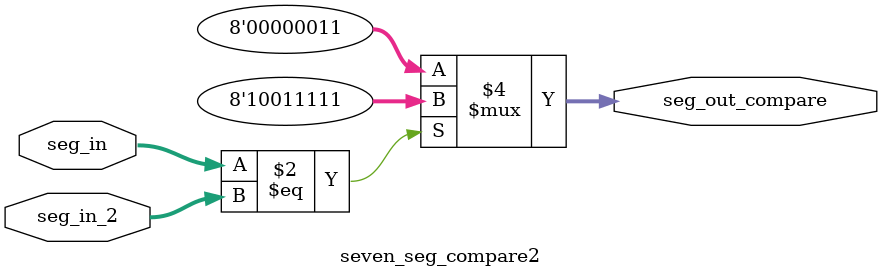
<source format=v>
`timescale 1ns / 1ps


module seven_seg_compare2(
    input [3:0] seg_in,
    input [3:0] seg_in_2,
    output reg [7:0] seg_out_compare
    );
    
    always@(*) begin
    if (seg_in == seg_in_2)
    begin
    seg_out_compare <= 8'b10011111;//I
    end
    else
    begin
    seg_out_compare <= 8'b00000011;//0
    end
    
    end
endmodule

</source>
